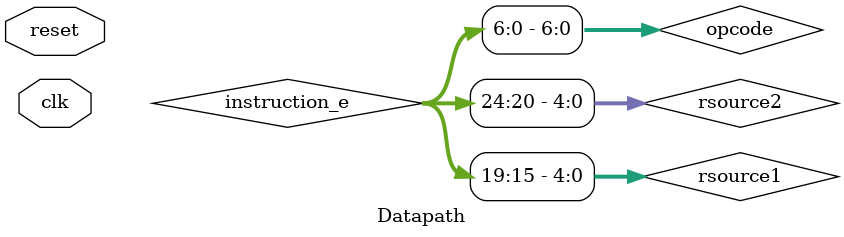
<source format=sv>
module Datapath(
    input logic clk, reset
);
    logic [31:0] Pc_f, Pc_e, Pc_w, ALU_out, extended_immediate;
    logic [31:0] instruction_f, instruction_f_DFF, instruction_e, instruction_w, ALU_result_e, ALU_result_w;
    logic [31:0] rdata1_register, rdata2_register, rdata1, rdata2, readdata, writedata, writedata_dm;
    logic [4:0] rsource1, rsource2, rdestination;
    logic [6:0] opcode;
    logic [3:0] alu_operation;
    logic [2:0] branch_type;
    logic [1:0] writeback_sel_w, writeback_sel;
    logic reg_write, read_enable, write_enable, branch_taken, select_A, select_B;
    logic reg_write_w, read_enable_w, write_enable_w, xo1, xo2, Flush;

    
    assign opcode = instruction_e[6:0];
    assign rsource1 = instruction_e[19:15];
    assign rsource2 = instruction_e[24:20];
    assign rdestination = instruction_w[11:7];
    assign ALU_out = branch_taken ? ALU_result_e : Pc_f + 4;
    assign Flush = branch_taken ? 1'b1 : 1'b0; 

    assign rdata1 = xo1 ? writedata : rdata1_register;
    assign rdata2 = xo2 ? writedata : rdata2_register;
        
    assign instruction_f = Flush ? 32'h00000013 : instruction_f_DFF;

    always_comb begin

        case (writeback_sel_w)
            2'b00: writedata = Pc_w + 4;
            2'b01: writedata = ALU_result_w;
            2'b10: writedata = readdata;
        endcase
        
    end

    // Instantiation
    DFF dff_00 (clk, reset, Pc_f, Pc_e);
    DFF dff_01 (clk, reset, instruction_f, instruction_e);
    DFF dff_02 (clk, reset, Pc_e, Pc_w);
    DFF dff_03 (clk, reset, ALU_result_e, ALU_result_w);
    DFF dff_04 (clk, reset, rdata2, writedata_dm);
    DFF dff_05 (clk, reset, instruction_e, instruction_w);

    Pc pc_0 (clk, reset, ALU_out, Pc_f);
    Instruction_Memory inst_mem_0 (Pc_f, instruction_f_DFF);
    Register_File reg_file_0 (clk, reg_write_w, rsource1, rsource2, rdestination, writedata, rdata1_register, rdata2_register);
    ALU alu_0 (alu_operation, select_A ? rdata1 : Pc_e, select_B ? extended_immediate : rdata2, ALU_result_e);
    Data_Memory data_mem_0 (clk, write_enable_w, read_enable_w, ALU_result_w, writedata_dm, readdata);
    Branch_Condition branch_condition_0 (branch_type, rdata1, rdata2, branch_taken);
    FWD_UNIT forwarding_unit_0 ( reg_write_w, instruction_e, instruction_w, xo1, xo2);
    Immediate_Generator immediate_generator_0 (instruction_e, extended_immediate);
    Controller controller_0 (instruction_e, reg_write, read_enable, write_enable, select_A, select_B, writeback_sel, alu_operation, branch_type);
    ControlUnit control_unit_0 (clk, reset, reg_write, write_enable, read_enable, writeback_sel, reg_write_w, write_enable_w, read_enable_w, writeback_sel_w);

endmodule

</source>
